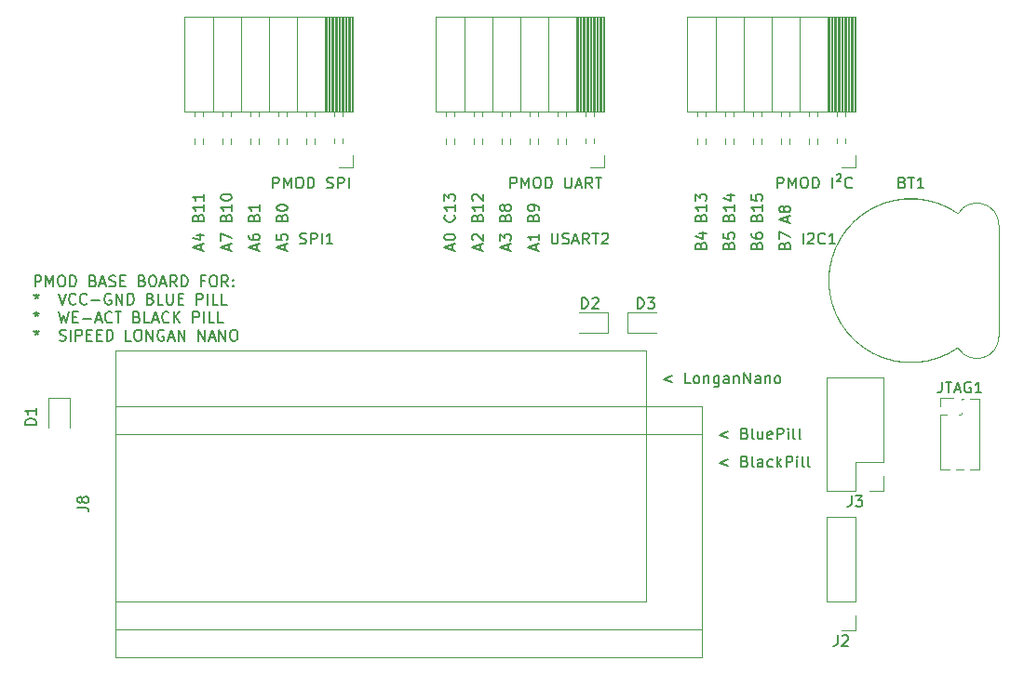
<source format=gbr>
%TF.GenerationSoftware,KiCad,Pcbnew,5.1.10*%
%TF.CreationDate,2021-09-24T20:41:10+02:00*%
%TF.ProjectId,ucdev_board,75636465-765f-4626-9f61-72642e6b6963,rev?*%
%TF.SameCoordinates,Original*%
%TF.FileFunction,Legend,Top*%
%TF.FilePolarity,Positive*%
%FSLAX46Y46*%
G04 Gerber Fmt 4.6, Leading zero omitted, Abs format (unit mm)*
G04 Created by KiCad (PCBNEW 5.1.10) date 2021-09-24 20:41:10*
%MOMM*%
%LPD*%
G01*
G04 APERTURE LIST*
%ADD10C,0.150000*%
%ADD11C,0.120000*%
G04 APERTURE END LIST*
D10*
X126065595Y-38552380D02*
X126065595Y-37552380D01*
X126494166Y-37647619D02*
X126541785Y-37600000D01*
X126637023Y-37552380D01*
X126875119Y-37552380D01*
X126970357Y-37600000D01*
X127017976Y-37647619D01*
X127065595Y-37742857D01*
X127065595Y-37838095D01*
X127017976Y-37980952D01*
X126446547Y-38552380D01*
X127065595Y-38552380D01*
X128065595Y-38457142D02*
X128017976Y-38504761D01*
X127875119Y-38552380D01*
X127779880Y-38552380D01*
X127637023Y-38504761D01*
X127541785Y-38409523D01*
X127494166Y-38314285D01*
X127446547Y-38123809D01*
X127446547Y-37980952D01*
X127494166Y-37790476D01*
X127541785Y-37695238D01*
X127637023Y-37600000D01*
X127779880Y-37552380D01*
X127875119Y-37552380D01*
X128017976Y-37600000D01*
X128065595Y-37647619D01*
X129017976Y-38552380D02*
X128446547Y-38552380D01*
X128732261Y-38552380D02*
X128732261Y-37552380D01*
X128637023Y-37695238D01*
X128541785Y-37790476D01*
X128446547Y-37838095D01*
X103205595Y-37552380D02*
X103205595Y-38361904D01*
X103253214Y-38457142D01*
X103300833Y-38504761D01*
X103396071Y-38552380D01*
X103586547Y-38552380D01*
X103681785Y-38504761D01*
X103729404Y-38457142D01*
X103777023Y-38361904D01*
X103777023Y-37552380D01*
X104205595Y-38504761D02*
X104348452Y-38552380D01*
X104586547Y-38552380D01*
X104681785Y-38504761D01*
X104729404Y-38457142D01*
X104777023Y-38361904D01*
X104777023Y-38266666D01*
X104729404Y-38171428D01*
X104681785Y-38123809D01*
X104586547Y-38076190D01*
X104396071Y-38028571D01*
X104300833Y-37980952D01*
X104253214Y-37933333D01*
X104205595Y-37838095D01*
X104205595Y-37742857D01*
X104253214Y-37647619D01*
X104300833Y-37600000D01*
X104396071Y-37552380D01*
X104634166Y-37552380D01*
X104777023Y-37600000D01*
X105157976Y-38266666D02*
X105634166Y-38266666D01*
X105062738Y-38552380D02*
X105396071Y-37552380D01*
X105729404Y-38552380D01*
X106634166Y-38552380D02*
X106300833Y-38076190D01*
X106062738Y-38552380D02*
X106062738Y-37552380D01*
X106443690Y-37552380D01*
X106538928Y-37600000D01*
X106586547Y-37647619D01*
X106634166Y-37742857D01*
X106634166Y-37885714D01*
X106586547Y-37980952D01*
X106538928Y-38028571D01*
X106443690Y-38076190D01*
X106062738Y-38076190D01*
X106919880Y-37552380D02*
X107491309Y-37552380D01*
X107205595Y-38552380D02*
X107205595Y-37552380D01*
X107777023Y-37647619D02*
X107824642Y-37600000D01*
X107919880Y-37552380D01*
X108157976Y-37552380D01*
X108253214Y-37600000D01*
X108300833Y-37647619D01*
X108348452Y-37742857D01*
X108348452Y-37838095D01*
X108300833Y-37980952D01*
X107729404Y-38552380D01*
X108348452Y-38552380D01*
X80297976Y-38504761D02*
X80440833Y-38552380D01*
X80678928Y-38552380D01*
X80774166Y-38504761D01*
X80821785Y-38457142D01*
X80869404Y-38361904D01*
X80869404Y-38266666D01*
X80821785Y-38171428D01*
X80774166Y-38123809D01*
X80678928Y-38076190D01*
X80488452Y-38028571D01*
X80393214Y-37980952D01*
X80345595Y-37933333D01*
X80297976Y-37838095D01*
X80297976Y-37742857D01*
X80345595Y-37647619D01*
X80393214Y-37600000D01*
X80488452Y-37552380D01*
X80726547Y-37552380D01*
X80869404Y-37600000D01*
X81297976Y-38552380D02*
X81297976Y-37552380D01*
X81678928Y-37552380D01*
X81774166Y-37600000D01*
X81821785Y-37647619D01*
X81869404Y-37742857D01*
X81869404Y-37885714D01*
X81821785Y-37980952D01*
X81774166Y-38028571D01*
X81678928Y-38076190D01*
X81297976Y-38076190D01*
X82297976Y-38552380D02*
X82297976Y-37552380D01*
X83297976Y-38552380D02*
X82726547Y-38552380D01*
X83012261Y-38552380D02*
X83012261Y-37552380D01*
X82917023Y-37695238D01*
X82821785Y-37790476D01*
X82726547Y-37838095D01*
X56215595Y-42427380D02*
X56215595Y-41427380D01*
X56596547Y-41427380D01*
X56691785Y-41475000D01*
X56739404Y-41522619D01*
X56787023Y-41617857D01*
X56787023Y-41760714D01*
X56739404Y-41855952D01*
X56691785Y-41903571D01*
X56596547Y-41951190D01*
X56215595Y-41951190D01*
X57215595Y-42427380D02*
X57215595Y-41427380D01*
X57548928Y-42141666D01*
X57882261Y-41427380D01*
X57882261Y-42427380D01*
X58548928Y-41427380D02*
X58739404Y-41427380D01*
X58834642Y-41475000D01*
X58929880Y-41570238D01*
X58977500Y-41760714D01*
X58977500Y-42094047D01*
X58929880Y-42284523D01*
X58834642Y-42379761D01*
X58739404Y-42427380D01*
X58548928Y-42427380D01*
X58453690Y-42379761D01*
X58358452Y-42284523D01*
X58310833Y-42094047D01*
X58310833Y-41760714D01*
X58358452Y-41570238D01*
X58453690Y-41475000D01*
X58548928Y-41427380D01*
X59406071Y-42427380D02*
X59406071Y-41427380D01*
X59644166Y-41427380D01*
X59787023Y-41475000D01*
X59882261Y-41570238D01*
X59929880Y-41665476D01*
X59977500Y-41855952D01*
X59977500Y-41998809D01*
X59929880Y-42189285D01*
X59882261Y-42284523D01*
X59787023Y-42379761D01*
X59644166Y-42427380D01*
X59406071Y-42427380D01*
X61501309Y-41903571D02*
X61644166Y-41951190D01*
X61691785Y-41998809D01*
X61739404Y-42094047D01*
X61739404Y-42236904D01*
X61691785Y-42332142D01*
X61644166Y-42379761D01*
X61548928Y-42427380D01*
X61167976Y-42427380D01*
X61167976Y-41427380D01*
X61501309Y-41427380D01*
X61596547Y-41475000D01*
X61644166Y-41522619D01*
X61691785Y-41617857D01*
X61691785Y-41713095D01*
X61644166Y-41808333D01*
X61596547Y-41855952D01*
X61501309Y-41903571D01*
X61167976Y-41903571D01*
X62120357Y-42141666D02*
X62596547Y-42141666D01*
X62025119Y-42427380D02*
X62358452Y-41427380D01*
X62691785Y-42427380D01*
X62977500Y-42379761D02*
X63120357Y-42427380D01*
X63358452Y-42427380D01*
X63453690Y-42379761D01*
X63501309Y-42332142D01*
X63548928Y-42236904D01*
X63548928Y-42141666D01*
X63501309Y-42046428D01*
X63453690Y-41998809D01*
X63358452Y-41951190D01*
X63167976Y-41903571D01*
X63072738Y-41855952D01*
X63025119Y-41808333D01*
X62977500Y-41713095D01*
X62977500Y-41617857D01*
X63025119Y-41522619D01*
X63072738Y-41475000D01*
X63167976Y-41427380D01*
X63406071Y-41427380D01*
X63548928Y-41475000D01*
X63977500Y-41903571D02*
X64310833Y-41903571D01*
X64453690Y-42427380D02*
X63977500Y-42427380D01*
X63977500Y-41427380D01*
X64453690Y-41427380D01*
X65977500Y-41903571D02*
X66120357Y-41951190D01*
X66167976Y-41998809D01*
X66215595Y-42094047D01*
X66215595Y-42236904D01*
X66167976Y-42332142D01*
X66120357Y-42379761D01*
X66025119Y-42427380D01*
X65644166Y-42427380D01*
X65644166Y-41427380D01*
X65977500Y-41427380D01*
X66072738Y-41475000D01*
X66120357Y-41522619D01*
X66167976Y-41617857D01*
X66167976Y-41713095D01*
X66120357Y-41808333D01*
X66072738Y-41855952D01*
X65977500Y-41903571D01*
X65644166Y-41903571D01*
X66834642Y-41427380D02*
X67025119Y-41427380D01*
X67120357Y-41475000D01*
X67215595Y-41570238D01*
X67263214Y-41760714D01*
X67263214Y-42094047D01*
X67215595Y-42284523D01*
X67120357Y-42379761D01*
X67025119Y-42427380D01*
X66834642Y-42427380D01*
X66739404Y-42379761D01*
X66644166Y-42284523D01*
X66596547Y-42094047D01*
X66596547Y-41760714D01*
X66644166Y-41570238D01*
X66739404Y-41475000D01*
X66834642Y-41427380D01*
X67644166Y-42141666D02*
X68120357Y-42141666D01*
X67548928Y-42427380D02*
X67882261Y-41427380D01*
X68215595Y-42427380D01*
X69120357Y-42427380D02*
X68787023Y-41951190D01*
X68548928Y-42427380D02*
X68548928Y-41427380D01*
X68929880Y-41427380D01*
X69025119Y-41475000D01*
X69072738Y-41522619D01*
X69120357Y-41617857D01*
X69120357Y-41760714D01*
X69072738Y-41855952D01*
X69025119Y-41903571D01*
X68929880Y-41951190D01*
X68548928Y-41951190D01*
X69548928Y-42427380D02*
X69548928Y-41427380D01*
X69787023Y-41427380D01*
X69929880Y-41475000D01*
X70025119Y-41570238D01*
X70072738Y-41665476D01*
X70120357Y-41855952D01*
X70120357Y-41998809D01*
X70072738Y-42189285D01*
X70025119Y-42284523D01*
X69929880Y-42379761D01*
X69787023Y-42427380D01*
X69548928Y-42427380D01*
X71644166Y-41903571D02*
X71310833Y-41903571D01*
X71310833Y-42427380D02*
X71310833Y-41427380D01*
X71787023Y-41427380D01*
X72358452Y-41427380D02*
X72548928Y-41427380D01*
X72644166Y-41475000D01*
X72739404Y-41570238D01*
X72787023Y-41760714D01*
X72787023Y-42094047D01*
X72739404Y-42284523D01*
X72644166Y-42379761D01*
X72548928Y-42427380D01*
X72358452Y-42427380D01*
X72263214Y-42379761D01*
X72167976Y-42284523D01*
X72120357Y-42094047D01*
X72120357Y-41760714D01*
X72167976Y-41570238D01*
X72263214Y-41475000D01*
X72358452Y-41427380D01*
X73787023Y-42427380D02*
X73453690Y-41951190D01*
X73215595Y-42427380D02*
X73215595Y-41427380D01*
X73596547Y-41427380D01*
X73691785Y-41475000D01*
X73739404Y-41522619D01*
X73787023Y-41617857D01*
X73787023Y-41760714D01*
X73739404Y-41855952D01*
X73691785Y-41903571D01*
X73596547Y-41951190D01*
X73215595Y-41951190D01*
X74215595Y-42332142D02*
X74263214Y-42379761D01*
X74215595Y-42427380D01*
X74167976Y-42379761D01*
X74215595Y-42332142D01*
X74215595Y-42427380D01*
X74215595Y-41808333D02*
X74263214Y-41855952D01*
X74215595Y-41903571D01*
X74167976Y-41855952D01*
X74215595Y-41808333D01*
X74215595Y-41903571D01*
X56358452Y-43077380D02*
X56358452Y-43315476D01*
X56120357Y-43220238D02*
X56358452Y-43315476D01*
X56596547Y-43220238D01*
X56215595Y-43505952D02*
X56358452Y-43315476D01*
X56501309Y-43505952D01*
X58358452Y-43077380D02*
X58691785Y-44077380D01*
X59025119Y-43077380D01*
X59929880Y-43982142D02*
X59882261Y-44029761D01*
X59739404Y-44077380D01*
X59644166Y-44077380D01*
X59501309Y-44029761D01*
X59406071Y-43934523D01*
X59358452Y-43839285D01*
X59310833Y-43648809D01*
X59310833Y-43505952D01*
X59358452Y-43315476D01*
X59406071Y-43220238D01*
X59501309Y-43125000D01*
X59644166Y-43077380D01*
X59739404Y-43077380D01*
X59882261Y-43125000D01*
X59929880Y-43172619D01*
X60929880Y-43982142D02*
X60882261Y-44029761D01*
X60739404Y-44077380D01*
X60644166Y-44077380D01*
X60501309Y-44029761D01*
X60406071Y-43934523D01*
X60358452Y-43839285D01*
X60310833Y-43648809D01*
X60310833Y-43505952D01*
X60358452Y-43315476D01*
X60406071Y-43220238D01*
X60501309Y-43125000D01*
X60644166Y-43077380D01*
X60739404Y-43077380D01*
X60882261Y-43125000D01*
X60929880Y-43172619D01*
X61358452Y-43696428D02*
X62120357Y-43696428D01*
X63120357Y-43125000D02*
X63025119Y-43077380D01*
X62882261Y-43077380D01*
X62739404Y-43125000D01*
X62644166Y-43220238D01*
X62596547Y-43315476D01*
X62548928Y-43505952D01*
X62548928Y-43648809D01*
X62596547Y-43839285D01*
X62644166Y-43934523D01*
X62739404Y-44029761D01*
X62882261Y-44077380D01*
X62977500Y-44077380D01*
X63120357Y-44029761D01*
X63167976Y-43982142D01*
X63167976Y-43648809D01*
X62977500Y-43648809D01*
X63596547Y-44077380D02*
X63596547Y-43077380D01*
X64167976Y-44077380D01*
X64167976Y-43077380D01*
X64644166Y-44077380D02*
X64644166Y-43077380D01*
X64882261Y-43077380D01*
X65025119Y-43125000D01*
X65120357Y-43220238D01*
X65167976Y-43315476D01*
X65215595Y-43505952D01*
X65215595Y-43648809D01*
X65167976Y-43839285D01*
X65120357Y-43934523D01*
X65025119Y-44029761D01*
X64882261Y-44077380D01*
X64644166Y-44077380D01*
X66739404Y-43553571D02*
X66882261Y-43601190D01*
X66929880Y-43648809D01*
X66977500Y-43744047D01*
X66977500Y-43886904D01*
X66929880Y-43982142D01*
X66882261Y-44029761D01*
X66787023Y-44077380D01*
X66406071Y-44077380D01*
X66406071Y-43077380D01*
X66739404Y-43077380D01*
X66834642Y-43125000D01*
X66882261Y-43172619D01*
X66929880Y-43267857D01*
X66929880Y-43363095D01*
X66882261Y-43458333D01*
X66834642Y-43505952D01*
X66739404Y-43553571D01*
X66406071Y-43553571D01*
X67882261Y-44077380D02*
X67406071Y-44077380D01*
X67406071Y-43077380D01*
X68215595Y-43077380D02*
X68215595Y-43886904D01*
X68263214Y-43982142D01*
X68310833Y-44029761D01*
X68406071Y-44077380D01*
X68596547Y-44077380D01*
X68691785Y-44029761D01*
X68739404Y-43982142D01*
X68787023Y-43886904D01*
X68787023Y-43077380D01*
X69263214Y-43553571D02*
X69596547Y-43553571D01*
X69739404Y-44077380D02*
X69263214Y-44077380D01*
X69263214Y-43077380D01*
X69739404Y-43077380D01*
X70929880Y-44077380D02*
X70929880Y-43077380D01*
X71310833Y-43077380D01*
X71406071Y-43125000D01*
X71453690Y-43172619D01*
X71501309Y-43267857D01*
X71501309Y-43410714D01*
X71453690Y-43505952D01*
X71406071Y-43553571D01*
X71310833Y-43601190D01*
X70929880Y-43601190D01*
X71929880Y-44077380D02*
X71929880Y-43077380D01*
X72882261Y-44077380D02*
X72406071Y-44077380D01*
X72406071Y-43077380D01*
X73691785Y-44077380D02*
X73215595Y-44077380D01*
X73215595Y-43077380D01*
X56358452Y-44727380D02*
X56358452Y-44965476D01*
X56120357Y-44870238D02*
X56358452Y-44965476D01*
X56596547Y-44870238D01*
X56215595Y-45155952D02*
X56358452Y-44965476D01*
X56501309Y-45155952D01*
X58406071Y-44727380D02*
X58644166Y-45727380D01*
X58834642Y-45013095D01*
X59025119Y-45727380D01*
X59263214Y-44727380D01*
X59644166Y-45203571D02*
X59977500Y-45203571D01*
X60120357Y-45727380D02*
X59644166Y-45727380D01*
X59644166Y-44727380D01*
X60120357Y-44727380D01*
X60548928Y-45346428D02*
X61310833Y-45346428D01*
X61739404Y-45441666D02*
X62215595Y-45441666D01*
X61644166Y-45727380D02*
X61977500Y-44727380D01*
X62310833Y-45727380D01*
X63215595Y-45632142D02*
X63167976Y-45679761D01*
X63025119Y-45727380D01*
X62929880Y-45727380D01*
X62787023Y-45679761D01*
X62691785Y-45584523D01*
X62644166Y-45489285D01*
X62596547Y-45298809D01*
X62596547Y-45155952D01*
X62644166Y-44965476D01*
X62691785Y-44870238D01*
X62787023Y-44775000D01*
X62929880Y-44727380D01*
X63025119Y-44727380D01*
X63167976Y-44775000D01*
X63215595Y-44822619D01*
X63501309Y-44727380D02*
X64072738Y-44727380D01*
X63787023Y-45727380D02*
X63787023Y-44727380D01*
X65501309Y-45203571D02*
X65644166Y-45251190D01*
X65691785Y-45298809D01*
X65739404Y-45394047D01*
X65739404Y-45536904D01*
X65691785Y-45632142D01*
X65644166Y-45679761D01*
X65548928Y-45727380D01*
X65167976Y-45727380D01*
X65167976Y-44727380D01*
X65501309Y-44727380D01*
X65596547Y-44775000D01*
X65644166Y-44822619D01*
X65691785Y-44917857D01*
X65691785Y-45013095D01*
X65644166Y-45108333D01*
X65596547Y-45155952D01*
X65501309Y-45203571D01*
X65167976Y-45203571D01*
X66644166Y-45727380D02*
X66167976Y-45727380D01*
X66167976Y-44727380D01*
X66929880Y-45441666D02*
X67406071Y-45441666D01*
X66834642Y-45727380D02*
X67167976Y-44727380D01*
X67501309Y-45727380D01*
X68406071Y-45632142D02*
X68358452Y-45679761D01*
X68215595Y-45727380D01*
X68120357Y-45727380D01*
X67977500Y-45679761D01*
X67882261Y-45584523D01*
X67834642Y-45489285D01*
X67787023Y-45298809D01*
X67787023Y-45155952D01*
X67834642Y-44965476D01*
X67882261Y-44870238D01*
X67977500Y-44775000D01*
X68120357Y-44727380D01*
X68215595Y-44727380D01*
X68358452Y-44775000D01*
X68406071Y-44822619D01*
X68834642Y-45727380D02*
X68834642Y-44727380D01*
X69406071Y-45727380D02*
X68977500Y-45155952D01*
X69406071Y-44727380D02*
X68834642Y-45298809D01*
X70596547Y-45727380D02*
X70596547Y-44727380D01*
X70977500Y-44727380D01*
X71072738Y-44775000D01*
X71120357Y-44822619D01*
X71167976Y-44917857D01*
X71167976Y-45060714D01*
X71120357Y-45155952D01*
X71072738Y-45203571D01*
X70977500Y-45251190D01*
X70596547Y-45251190D01*
X71596547Y-45727380D02*
X71596547Y-44727380D01*
X72548928Y-45727380D02*
X72072738Y-45727380D01*
X72072738Y-44727380D01*
X73358452Y-45727380D02*
X72882261Y-45727380D01*
X72882261Y-44727380D01*
X56358452Y-46377380D02*
X56358452Y-46615476D01*
X56120357Y-46520238D02*
X56358452Y-46615476D01*
X56596547Y-46520238D01*
X56215595Y-46805952D02*
X56358452Y-46615476D01*
X56501309Y-46805952D01*
X58453690Y-47329761D02*
X58596547Y-47377380D01*
X58834642Y-47377380D01*
X58929880Y-47329761D01*
X58977500Y-47282142D01*
X59025119Y-47186904D01*
X59025119Y-47091666D01*
X58977500Y-46996428D01*
X58929880Y-46948809D01*
X58834642Y-46901190D01*
X58644166Y-46853571D01*
X58548928Y-46805952D01*
X58501309Y-46758333D01*
X58453690Y-46663095D01*
X58453690Y-46567857D01*
X58501309Y-46472619D01*
X58548928Y-46425000D01*
X58644166Y-46377380D01*
X58882261Y-46377380D01*
X59025119Y-46425000D01*
X59453690Y-47377380D02*
X59453690Y-46377380D01*
X59929880Y-47377380D02*
X59929880Y-46377380D01*
X60310833Y-46377380D01*
X60406071Y-46425000D01*
X60453690Y-46472619D01*
X60501309Y-46567857D01*
X60501309Y-46710714D01*
X60453690Y-46805952D01*
X60406071Y-46853571D01*
X60310833Y-46901190D01*
X59929880Y-46901190D01*
X60929880Y-46853571D02*
X61263214Y-46853571D01*
X61406071Y-47377380D02*
X60929880Y-47377380D01*
X60929880Y-46377380D01*
X61406071Y-46377380D01*
X61834642Y-46853571D02*
X62167976Y-46853571D01*
X62310833Y-47377380D02*
X61834642Y-47377380D01*
X61834642Y-46377380D01*
X62310833Y-46377380D01*
X62739404Y-47377380D02*
X62739404Y-46377380D01*
X62977500Y-46377380D01*
X63120357Y-46425000D01*
X63215595Y-46520238D01*
X63263214Y-46615476D01*
X63310833Y-46805952D01*
X63310833Y-46948809D01*
X63263214Y-47139285D01*
X63215595Y-47234523D01*
X63120357Y-47329761D01*
X62977500Y-47377380D01*
X62739404Y-47377380D01*
X64977500Y-47377380D02*
X64501309Y-47377380D01*
X64501309Y-46377380D01*
X65501309Y-46377380D02*
X65691785Y-46377380D01*
X65787023Y-46425000D01*
X65882261Y-46520238D01*
X65929880Y-46710714D01*
X65929880Y-47044047D01*
X65882261Y-47234523D01*
X65787023Y-47329761D01*
X65691785Y-47377380D01*
X65501309Y-47377380D01*
X65406071Y-47329761D01*
X65310833Y-47234523D01*
X65263214Y-47044047D01*
X65263214Y-46710714D01*
X65310833Y-46520238D01*
X65406071Y-46425000D01*
X65501309Y-46377380D01*
X66358452Y-47377380D02*
X66358452Y-46377380D01*
X66929880Y-47377380D01*
X66929880Y-46377380D01*
X67929880Y-46425000D02*
X67834642Y-46377380D01*
X67691785Y-46377380D01*
X67548928Y-46425000D01*
X67453690Y-46520238D01*
X67406071Y-46615476D01*
X67358452Y-46805952D01*
X67358452Y-46948809D01*
X67406071Y-47139285D01*
X67453690Y-47234523D01*
X67548928Y-47329761D01*
X67691785Y-47377380D01*
X67787023Y-47377380D01*
X67929880Y-47329761D01*
X67977500Y-47282142D01*
X67977500Y-46948809D01*
X67787023Y-46948809D01*
X68358452Y-47091666D02*
X68834642Y-47091666D01*
X68263214Y-47377380D02*
X68596547Y-46377380D01*
X68929880Y-47377380D01*
X69263214Y-47377380D02*
X69263214Y-46377380D01*
X69834642Y-47377380D01*
X69834642Y-46377380D01*
X71072738Y-47377380D02*
X71072738Y-46377380D01*
X71644166Y-47377380D01*
X71644166Y-46377380D01*
X72072738Y-47091666D02*
X72548928Y-47091666D01*
X71977500Y-47377380D02*
X72310833Y-46377380D01*
X72644166Y-47377380D01*
X72977500Y-47377380D02*
X72977500Y-46377380D01*
X73548928Y-47377380D01*
X73548928Y-46377380D01*
X74215595Y-46377380D02*
X74406071Y-46377380D01*
X74501309Y-46425000D01*
X74596547Y-46520238D01*
X74644166Y-46710714D01*
X74644166Y-47044047D01*
X74596547Y-47234523D01*
X74501309Y-47329761D01*
X74406071Y-47377380D01*
X74215595Y-47377380D01*
X74120357Y-47329761D01*
X74025119Y-47234523D01*
X73977500Y-47044047D01*
X73977500Y-46710714D01*
X74025119Y-46520238D01*
X74120357Y-46425000D01*
X74215595Y-46377380D01*
X116768571Y-36161071D02*
X116816190Y-36018214D01*
X116863809Y-35970595D01*
X116959047Y-35922976D01*
X117101904Y-35922976D01*
X117197142Y-35970595D01*
X117244761Y-36018214D01*
X117292380Y-36113452D01*
X117292380Y-36494404D01*
X116292380Y-36494404D01*
X116292380Y-36161071D01*
X116340000Y-36065833D01*
X116387619Y-36018214D01*
X116482857Y-35970595D01*
X116578095Y-35970595D01*
X116673333Y-36018214D01*
X116720952Y-36065833D01*
X116768571Y-36161071D01*
X116768571Y-36494404D01*
X117292380Y-34970595D02*
X117292380Y-35542023D01*
X117292380Y-35256309D02*
X116292380Y-35256309D01*
X116435238Y-35351547D01*
X116530476Y-35446785D01*
X116578095Y-35542023D01*
X116292380Y-34637261D02*
X116292380Y-34018214D01*
X116673333Y-34351547D01*
X116673333Y-34208690D01*
X116720952Y-34113452D01*
X116768571Y-34065833D01*
X116863809Y-34018214D01*
X117101904Y-34018214D01*
X117197142Y-34065833D01*
X117244761Y-34113452D01*
X117292380Y-34208690D01*
X117292380Y-34494404D01*
X117244761Y-34589642D01*
X117197142Y-34637261D01*
X116768571Y-38701071D02*
X116816190Y-38558214D01*
X116863809Y-38510595D01*
X116959047Y-38462976D01*
X117101904Y-38462976D01*
X117197142Y-38510595D01*
X117244761Y-38558214D01*
X117292380Y-38653452D01*
X117292380Y-39034404D01*
X116292380Y-39034404D01*
X116292380Y-38701071D01*
X116340000Y-38605833D01*
X116387619Y-38558214D01*
X116482857Y-38510595D01*
X116578095Y-38510595D01*
X116673333Y-38558214D01*
X116720952Y-38605833D01*
X116768571Y-38701071D01*
X116768571Y-39034404D01*
X116625714Y-37605833D02*
X117292380Y-37605833D01*
X116244761Y-37843928D02*
X116959047Y-38082023D01*
X116959047Y-37462976D01*
X121848571Y-36161071D02*
X121896190Y-36018214D01*
X121943809Y-35970595D01*
X122039047Y-35922976D01*
X122181904Y-35922976D01*
X122277142Y-35970595D01*
X122324761Y-36018214D01*
X122372380Y-36113452D01*
X122372380Y-36494404D01*
X121372380Y-36494404D01*
X121372380Y-36161071D01*
X121420000Y-36065833D01*
X121467619Y-36018214D01*
X121562857Y-35970595D01*
X121658095Y-35970595D01*
X121753333Y-36018214D01*
X121800952Y-36065833D01*
X121848571Y-36161071D01*
X121848571Y-36494404D01*
X122372380Y-34970595D02*
X122372380Y-35542023D01*
X122372380Y-35256309D02*
X121372380Y-35256309D01*
X121515238Y-35351547D01*
X121610476Y-35446785D01*
X121658095Y-35542023D01*
X121372380Y-34065833D02*
X121372380Y-34542023D01*
X121848571Y-34589642D01*
X121800952Y-34542023D01*
X121753333Y-34446785D01*
X121753333Y-34208690D01*
X121800952Y-34113452D01*
X121848571Y-34065833D01*
X121943809Y-34018214D01*
X122181904Y-34018214D01*
X122277142Y-34065833D01*
X122324761Y-34113452D01*
X122372380Y-34208690D01*
X122372380Y-34446785D01*
X122324761Y-34542023D01*
X122277142Y-34589642D01*
X119308571Y-38701071D02*
X119356190Y-38558214D01*
X119403809Y-38510595D01*
X119499047Y-38462976D01*
X119641904Y-38462976D01*
X119737142Y-38510595D01*
X119784761Y-38558214D01*
X119832380Y-38653452D01*
X119832380Y-39034404D01*
X118832380Y-39034404D01*
X118832380Y-38701071D01*
X118880000Y-38605833D01*
X118927619Y-38558214D01*
X119022857Y-38510595D01*
X119118095Y-38510595D01*
X119213333Y-38558214D01*
X119260952Y-38605833D01*
X119308571Y-38701071D01*
X119308571Y-39034404D01*
X118832380Y-37558214D02*
X118832380Y-38034404D01*
X119308571Y-38082023D01*
X119260952Y-38034404D01*
X119213333Y-37939166D01*
X119213333Y-37701071D01*
X119260952Y-37605833D01*
X119308571Y-37558214D01*
X119403809Y-37510595D01*
X119641904Y-37510595D01*
X119737142Y-37558214D01*
X119784761Y-37605833D01*
X119832380Y-37701071D01*
X119832380Y-37939166D01*
X119784761Y-38034404D01*
X119737142Y-38082023D01*
X124626666Y-36542023D02*
X124626666Y-36065833D01*
X124912380Y-36637261D02*
X123912380Y-36303928D01*
X124912380Y-35970595D01*
X124340952Y-35494404D02*
X124293333Y-35589642D01*
X124245714Y-35637261D01*
X124150476Y-35684880D01*
X124102857Y-35684880D01*
X124007619Y-35637261D01*
X123960000Y-35589642D01*
X123912380Y-35494404D01*
X123912380Y-35303928D01*
X123960000Y-35208690D01*
X124007619Y-35161071D01*
X124102857Y-35113452D01*
X124150476Y-35113452D01*
X124245714Y-35161071D01*
X124293333Y-35208690D01*
X124340952Y-35303928D01*
X124340952Y-35494404D01*
X124388571Y-35589642D01*
X124436190Y-35637261D01*
X124531428Y-35684880D01*
X124721904Y-35684880D01*
X124817142Y-35637261D01*
X124864761Y-35589642D01*
X124912380Y-35494404D01*
X124912380Y-35303928D01*
X124864761Y-35208690D01*
X124817142Y-35161071D01*
X124721904Y-35113452D01*
X124531428Y-35113452D01*
X124436190Y-35161071D01*
X124388571Y-35208690D01*
X124340952Y-35303928D01*
X119308571Y-36161071D02*
X119356190Y-36018214D01*
X119403809Y-35970595D01*
X119499047Y-35922976D01*
X119641904Y-35922976D01*
X119737142Y-35970595D01*
X119784761Y-36018214D01*
X119832380Y-36113452D01*
X119832380Y-36494404D01*
X118832380Y-36494404D01*
X118832380Y-36161071D01*
X118880000Y-36065833D01*
X118927619Y-36018214D01*
X119022857Y-35970595D01*
X119118095Y-35970595D01*
X119213333Y-36018214D01*
X119260952Y-36065833D01*
X119308571Y-36161071D01*
X119308571Y-36494404D01*
X119832380Y-34970595D02*
X119832380Y-35542023D01*
X119832380Y-35256309D02*
X118832380Y-35256309D01*
X118975238Y-35351547D01*
X119070476Y-35446785D01*
X119118095Y-35542023D01*
X119165714Y-34113452D02*
X119832380Y-34113452D01*
X118784761Y-34351547D02*
X119499047Y-34589642D01*
X119499047Y-33970595D01*
X121848571Y-38701071D02*
X121896190Y-38558214D01*
X121943809Y-38510595D01*
X122039047Y-38462976D01*
X122181904Y-38462976D01*
X122277142Y-38510595D01*
X122324761Y-38558214D01*
X122372380Y-38653452D01*
X122372380Y-39034404D01*
X121372380Y-39034404D01*
X121372380Y-38701071D01*
X121420000Y-38605833D01*
X121467619Y-38558214D01*
X121562857Y-38510595D01*
X121658095Y-38510595D01*
X121753333Y-38558214D01*
X121800952Y-38605833D01*
X121848571Y-38701071D01*
X121848571Y-39034404D01*
X121372380Y-37605833D02*
X121372380Y-37796309D01*
X121420000Y-37891547D01*
X121467619Y-37939166D01*
X121610476Y-38034404D01*
X121800952Y-38082023D01*
X122181904Y-38082023D01*
X122277142Y-38034404D01*
X122324761Y-37986785D01*
X122372380Y-37891547D01*
X122372380Y-37701071D01*
X122324761Y-37605833D01*
X122277142Y-37558214D01*
X122181904Y-37510595D01*
X121943809Y-37510595D01*
X121848571Y-37558214D01*
X121800952Y-37605833D01*
X121753333Y-37701071D01*
X121753333Y-37891547D01*
X121800952Y-37986785D01*
X121848571Y-38034404D01*
X121943809Y-38082023D01*
X124388571Y-38701071D02*
X124436190Y-38558214D01*
X124483809Y-38510595D01*
X124579047Y-38462976D01*
X124721904Y-38462976D01*
X124817142Y-38510595D01*
X124864761Y-38558214D01*
X124912380Y-38653452D01*
X124912380Y-39034404D01*
X123912380Y-39034404D01*
X123912380Y-38701071D01*
X123960000Y-38605833D01*
X124007619Y-38558214D01*
X124102857Y-38510595D01*
X124198095Y-38510595D01*
X124293333Y-38558214D01*
X124340952Y-38605833D01*
X124388571Y-38701071D01*
X124388571Y-39034404D01*
X123912380Y-38129642D02*
X123912380Y-37462976D01*
X124912380Y-37891547D01*
X101528571Y-36161071D02*
X101576190Y-36018214D01*
X101623809Y-35970595D01*
X101719047Y-35922976D01*
X101861904Y-35922976D01*
X101957142Y-35970595D01*
X102004761Y-36018214D01*
X102052380Y-36113452D01*
X102052380Y-36494404D01*
X101052380Y-36494404D01*
X101052380Y-36161071D01*
X101100000Y-36065833D01*
X101147619Y-36018214D01*
X101242857Y-35970595D01*
X101338095Y-35970595D01*
X101433333Y-36018214D01*
X101480952Y-36065833D01*
X101528571Y-36161071D01*
X101528571Y-36494404D01*
X102052380Y-35446785D02*
X102052380Y-35256309D01*
X102004761Y-35161071D01*
X101957142Y-35113452D01*
X101814285Y-35018214D01*
X101623809Y-34970595D01*
X101242857Y-34970595D01*
X101147619Y-35018214D01*
X101100000Y-35065833D01*
X101052380Y-35161071D01*
X101052380Y-35351547D01*
X101100000Y-35446785D01*
X101147619Y-35494404D01*
X101242857Y-35542023D01*
X101480952Y-35542023D01*
X101576190Y-35494404D01*
X101623809Y-35446785D01*
X101671428Y-35351547D01*
X101671428Y-35161071D01*
X101623809Y-35065833D01*
X101576190Y-35018214D01*
X101480952Y-34970595D01*
X101766666Y-39082023D02*
X101766666Y-38605833D01*
X102052380Y-39177261D02*
X101052380Y-38843928D01*
X102052380Y-38510595D01*
X102052380Y-37653452D02*
X102052380Y-38224880D01*
X102052380Y-37939166D02*
X101052380Y-37939166D01*
X101195238Y-38034404D01*
X101290476Y-38129642D01*
X101338095Y-38224880D01*
X99226666Y-39082023D02*
X99226666Y-38605833D01*
X99512380Y-39177261D02*
X98512380Y-38843928D01*
X99512380Y-38510595D01*
X98512380Y-38272500D02*
X98512380Y-37653452D01*
X98893333Y-37986785D01*
X98893333Y-37843928D01*
X98940952Y-37748690D01*
X98988571Y-37701071D01*
X99083809Y-37653452D01*
X99321904Y-37653452D01*
X99417142Y-37701071D01*
X99464761Y-37748690D01*
X99512380Y-37843928D01*
X99512380Y-38129642D01*
X99464761Y-38224880D01*
X99417142Y-38272500D01*
X98988571Y-36161071D02*
X99036190Y-36018214D01*
X99083809Y-35970595D01*
X99179047Y-35922976D01*
X99321904Y-35922976D01*
X99417142Y-35970595D01*
X99464761Y-36018214D01*
X99512380Y-36113452D01*
X99512380Y-36494404D01*
X98512380Y-36494404D01*
X98512380Y-36161071D01*
X98560000Y-36065833D01*
X98607619Y-36018214D01*
X98702857Y-35970595D01*
X98798095Y-35970595D01*
X98893333Y-36018214D01*
X98940952Y-36065833D01*
X98988571Y-36161071D01*
X98988571Y-36494404D01*
X98940952Y-35351547D02*
X98893333Y-35446785D01*
X98845714Y-35494404D01*
X98750476Y-35542023D01*
X98702857Y-35542023D01*
X98607619Y-35494404D01*
X98560000Y-35446785D01*
X98512380Y-35351547D01*
X98512380Y-35161071D01*
X98560000Y-35065833D01*
X98607619Y-35018214D01*
X98702857Y-34970595D01*
X98750476Y-34970595D01*
X98845714Y-35018214D01*
X98893333Y-35065833D01*
X98940952Y-35161071D01*
X98940952Y-35351547D01*
X98988571Y-35446785D01*
X99036190Y-35494404D01*
X99131428Y-35542023D01*
X99321904Y-35542023D01*
X99417142Y-35494404D01*
X99464761Y-35446785D01*
X99512380Y-35351547D01*
X99512380Y-35161071D01*
X99464761Y-35065833D01*
X99417142Y-35018214D01*
X99321904Y-34970595D01*
X99131428Y-34970595D01*
X99036190Y-35018214D01*
X98988571Y-35065833D01*
X98940952Y-35161071D01*
X96448571Y-36161071D02*
X96496190Y-36018214D01*
X96543809Y-35970595D01*
X96639047Y-35922976D01*
X96781904Y-35922976D01*
X96877142Y-35970595D01*
X96924761Y-36018214D01*
X96972380Y-36113452D01*
X96972380Y-36494404D01*
X95972380Y-36494404D01*
X95972380Y-36161071D01*
X96020000Y-36065833D01*
X96067619Y-36018214D01*
X96162857Y-35970595D01*
X96258095Y-35970595D01*
X96353333Y-36018214D01*
X96400952Y-36065833D01*
X96448571Y-36161071D01*
X96448571Y-36494404D01*
X96972380Y-34970595D02*
X96972380Y-35542023D01*
X96972380Y-35256309D02*
X95972380Y-35256309D01*
X96115238Y-35351547D01*
X96210476Y-35446785D01*
X96258095Y-35542023D01*
X96067619Y-34589642D02*
X96020000Y-34542023D01*
X95972380Y-34446785D01*
X95972380Y-34208690D01*
X96020000Y-34113452D01*
X96067619Y-34065833D01*
X96162857Y-34018214D01*
X96258095Y-34018214D01*
X96400952Y-34065833D01*
X96972380Y-34637261D01*
X96972380Y-34018214D01*
X96686666Y-39082023D02*
X96686666Y-38605833D01*
X96972380Y-39177261D02*
X95972380Y-38843928D01*
X96972380Y-38510595D01*
X96067619Y-38224880D02*
X96020000Y-38177261D01*
X95972380Y-38082023D01*
X95972380Y-37843928D01*
X96020000Y-37748690D01*
X96067619Y-37701071D01*
X96162857Y-37653452D01*
X96258095Y-37653452D01*
X96400952Y-37701071D01*
X96972380Y-38272500D01*
X96972380Y-37653452D01*
X94146666Y-39082023D02*
X94146666Y-38605833D01*
X94432380Y-39177261D02*
X93432380Y-38843928D01*
X94432380Y-38510595D01*
X93432380Y-37986785D02*
X93432380Y-37891547D01*
X93480000Y-37796309D01*
X93527619Y-37748690D01*
X93622857Y-37701071D01*
X93813333Y-37653452D01*
X94051428Y-37653452D01*
X94241904Y-37701071D01*
X94337142Y-37748690D01*
X94384761Y-37796309D01*
X94432380Y-37891547D01*
X94432380Y-37986785D01*
X94384761Y-38082023D01*
X94337142Y-38129642D01*
X94241904Y-38177261D01*
X94051428Y-38224880D01*
X93813333Y-38224880D01*
X93622857Y-38177261D01*
X93527619Y-38129642D01*
X93480000Y-38082023D01*
X93432380Y-37986785D01*
X94337142Y-35922976D02*
X94384761Y-35970595D01*
X94432380Y-36113452D01*
X94432380Y-36208690D01*
X94384761Y-36351547D01*
X94289523Y-36446785D01*
X94194285Y-36494404D01*
X94003809Y-36542023D01*
X93860952Y-36542023D01*
X93670476Y-36494404D01*
X93575238Y-36446785D01*
X93480000Y-36351547D01*
X93432380Y-36208690D01*
X93432380Y-36113452D01*
X93480000Y-35970595D01*
X93527619Y-35922976D01*
X94432380Y-34970595D02*
X94432380Y-35542023D01*
X94432380Y-35256309D02*
X93432380Y-35256309D01*
X93575238Y-35351547D01*
X93670476Y-35446785D01*
X93718095Y-35542023D01*
X93432380Y-34637261D02*
X93432380Y-34018214D01*
X93813333Y-34351547D01*
X93813333Y-34208690D01*
X93860952Y-34113452D01*
X93908571Y-34065833D01*
X94003809Y-34018214D01*
X94241904Y-34018214D01*
X94337142Y-34065833D01*
X94384761Y-34113452D01*
X94432380Y-34208690D01*
X94432380Y-34494404D01*
X94384761Y-34589642D01*
X94337142Y-34637261D01*
X78668571Y-36161071D02*
X78716190Y-36018214D01*
X78763809Y-35970595D01*
X78859047Y-35922976D01*
X79001904Y-35922976D01*
X79097142Y-35970595D01*
X79144761Y-36018214D01*
X79192380Y-36113452D01*
X79192380Y-36494404D01*
X78192380Y-36494404D01*
X78192380Y-36161071D01*
X78240000Y-36065833D01*
X78287619Y-36018214D01*
X78382857Y-35970595D01*
X78478095Y-35970595D01*
X78573333Y-36018214D01*
X78620952Y-36065833D01*
X78668571Y-36161071D01*
X78668571Y-36494404D01*
X78192380Y-35303928D02*
X78192380Y-35208690D01*
X78240000Y-35113452D01*
X78287619Y-35065833D01*
X78382857Y-35018214D01*
X78573333Y-34970595D01*
X78811428Y-34970595D01*
X79001904Y-35018214D01*
X79097142Y-35065833D01*
X79144761Y-35113452D01*
X79192380Y-35208690D01*
X79192380Y-35303928D01*
X79144761Y-35399166D01*
X79097142Y-35446785D01*
X79001904Y-35494404D01*
X78811428Y-35542023D01*
X78573333Y-35542023D01*
X78382857Y-35494404D01*
X78287619Y-35446785D01*
X78240000Y-35399166D01*
X78192380Y-35303928D01*
X76128571Y-36161071D02*
X76176190Y-36018214D01*
X76223809Y-35970595D01*
X76319047Y-35922976D01*
X76461904Y-35922976D01*
X76557142Y-35970595D01*
X76604761Y-36018214D01*
X76652380Y-36113452D01*
X76652380Y-36494404D01*
X75652380Y-36494404D01*
X75652380Y-36161071D01*
X75700000Y-36065833D01*
X75747619Y-36018214D01*
X75842857Y-35970595D01*
X75938095Y-35970595D01*
X76033333Y-36018214D01*
X76080952Y-36065833D01*
X76128571Y-36161071D01*
X76128571Y-36494404D01*
X76652380Y-34970595D02*
X76652380Y-35542023D01*
X76652380Y-35256309D02*
X75652380Y-35256309D01*
X75795238Y-35351547D01*
X75890476Y-35446785D01*
X75938095Y-35542023D01*
X78906666Y-39082023D02*
X78906666Y-38605833D01*
X79192380Y-39177261D02*
X78192380Y-38843928D01*
X79192380Y-38510595D01*
X78192380Y-37701071D02*
X78192380Y-38177261D01*
X78668571Y-38224880D01*
X78620952Y-38177261D01*
X78573333Y-38082023D01*
X78573333Y-37843928D01*
X78620952Y-37748690D01*
X78668571Y-37701071D01*
X78763809Y-37653452D01*
X79001904Y-37653452D01*
X79097142Y-37701071D01*
X79144761Y-37748690D01*
X79192380Y-37843928D01*
X79192380Y-38082023D01*
X79144761Y-38177261D01*
X79097142Y-38224880D01*
X76366666Y-39082023D02*
X76366666Y-38605833D01*
X76652380Y-39177261D02*
X75652380Y-38843928D01*
X76652380Y-38510595D01*
X75652380Y-37748690D02*
X75652380Y-37939166D01*
X75700000Y-38034404D01*
X75747619Y-38082023D01*
X75890476Y-38177261D01*
X76080952Y-38224880D01*
X76461904Y-38224880D01*
X76557142Y-38177261D01*
X76604761Y-38129642D01*
X76652380Y-38034404D01*
X76652380Y-37843928D01*
X76604761Y-37748690D01*
X76557142Y-37701071D01*
X76461904Y-37653452D01*
X76223809Y-37653452D01*
X76128571Y-37701071D01*
X76080952Y-37748690D01*
X76033333Y-37843928D01*
X76033333Y-38034404D01*
X76080952Y-38129642D01*
X76128571Y-38177261D01*
X76223809Y-38224880D01*
X73826666Y-39082023D02*
X73826666Y-38605833D01*
X74112380Y-39177261D02*
X73112380Y-38843928D01*
X74112380Y-38510595D01*
X73112380Y-38272500D02*
X73112380Y-37605833D01*
X74112380Y-38034404D01*
X73588571Y-36161071D02*
X73636190Y-36018214D01*
X73683809Y-35970595D01*
X73779047Y-35922976D01*
X73921904Y-35922976D01*
X74017142Y-35970595D01*
X74064761Y-36018214D01*
X74112380Y-36113452D01*
X74112380Y-36494404D01*
X73112380Y-36494404D01*
X73112380Y-36161071D01*
X73160000Y-36065833D01*
X73207619Y-36018214D01*
X73302857Y-35970595D01*
X73398095Y-35970595D01*
X73493333Y-36018214D01*
X73540952Y-36065833D01*
X73588571Y-36161071D01*
X73588571Y-36494404D01*
X74112380Y-34970595D02*
X74112380Y-35542023D01*
X74112380Y-35256309D02*
X73112380Y-35256309D01*
X73255238Y-35351547D01*
X73350476Y-35446785D01*
X73398095Y-35542023D01*
X73112380Y-34351547D02*
X73112380Y-34256309D01*
X73160000Y-34161071D01*
X73207619Y-34113452D01*
X73302857Y-34065833D01*
X73493333Y-34018214D01*
X73731428Y-34018214D01*
X73921904Y-34065833D01*
X74017142Y-34113452D01*
X74064761Y-34161071D01*
X74112380Y-34256309D01*
X74112380Y-34351547D01*
X74064761Y-34446785D01*
X74017142Y-34494404D01*
X73921904Y-34542023D01*
X73731428Y-34589642D01*
X73493333Y-34589642D01*
X73302857Y-34542023D01*
X73207619Y-34494404D01*
X73160000Y-34446785D01*
X73112380Y-34351547D01*
X71286666Y-39082023D02*
X71286666Y-38605833D01*
X71572380Y-39177261D02*
X70572380Y-38843928D01*
X71572380Y-38510595D01*
X70905714Y-37748690D02*
X71572380Y-37748690D01*
X70524761Y-37986785D02*
X71239047Y-38224880D01*
X71239047Y-37605833D01*
X71048571Y-36161071D02*
X71096190Y-36018214D01*
X71143809Y-35970595D01*
X71239047Y-35922976D01*
X71381904Y-35922976D01*
X71477142Y-35970595D01*
X71524761Y-36018214D01*
X71572380Y-36113452D01*
X71572380Y-36494404D01*
X70572380Y-36494404D01*
X70572380Y-36161071D01*
X70620000Y-36065833D01*
X70667619Y-36018214D01*
X70762857Y-35970595D01*
X70858095Y-35970595D01*
X70953333Y-36018214D01*
X71000952Y-36065833D01*
X71048571Y-36161071D01*
X71048571Y-36494404D01*
X71572380Y-34970595D02*
X71572380Y-35542023D01*
X71572380Y-35256309D02*
X70572380Y-35256309D01*
X70715238Y-35351547D01*
X70810476Y-35446785D01*
X70858095Y-35542023D01*
X71572380Y-34018214D02*
X71572380Y-34589642D01*
X71572380Y-34303928D02*
X70572380Y-34303928D01*
X70715238Y-34399166D01*
X70810476Y-34494404D01*
X70858095Y-34589642D01*
X123760119Y-33472380D02*
X123760119Y-32472380D01*
X124141071Y-32472380D01*
X124236309Y-32520000D01*
X124283928Y-32567619D01*
X124331547Y-32662857D01*
X124331547Y-32805714D01*
X124283928Y-32900952D01*
X124236309Y-32948571D01*
X124141071Y-32996190D01*
X123760119Y-32996190D01*
X124760119Y-33472380D02*
X124760119Y-32472380D01*
X125093452Y-33186666D01*
X125426785Y-32472380D01*
X125426785Y-33472380D01*
X126093452Y-32472380D02*
X126283928Y-32472380D01*
X126379166Y-32520000D01*
X126474404Y-32615238D01*
X126522023Y-32805714D01*
X126522023Y-33139047D01*
X126474404Y-33329523D01*
X126379166Y-33424761D01*
X126283928Y-33472380D01*
X126093452Y-33472380D01*
X125998214Y-33424761D01*
X125902976Y-33329523D01*
X125855357Y-33139047D01*
X125855357Y-32805714D01*
X125902976Y-32615238D01*
X125998214Y-32520000D01*
X126093452Y-32472380D01*
X126950595Y-33472380D02*
X126950595Y-32472380D01*
X127188690Y-32472380D01*
X127331547Y-32520000D01*
X127426785Y-32615238D01*
X127474404Y-32710476D01*
X127522023Y-32900952D01*
X127522023Y-33043809D01*
X127474404Y-33234285D01*
X127426785Y-33329523D01*
X127331547Y-33424761D01*
X127188690Y-33472380D01*
X126950595Y-33472380D01*
X128712500Y-33472380D02*
X128712500Y-32472380D01*
X129141071Y-32234285D02*
X129236309Y-32186666D01*
X129379166Y-32186666D01*
X129474404Y-32234285D01*
X129522023Y-32329523D01*
X129522023Y-32424761D01*
X129474404Y-32520000D01*
X129141071Y-32853333D01*
X129522023Y-32853333D01*
X130522023Y-33377142D02*
X130474404Y-33424761D01*
X130331547Y-33472380D01*
X130236309Y-33472380D01*
X130093452Y-33424761D01*
X129998214Y-33329523D01*
X129950595Y-33234285D01*
X129902976Y-33043809D01*
X129902976Y-32900952D01*
X129950595Y-32710476D01*
X129998214Y-32615238D01*
X130093452Y-32520000D01*
X130236309Y-32472380D01*
X130331547Y-32472380D01*
X130474404Y-32520000D01*
X130522023Y-32567619D01*
X99471547Y-33472380D02*
X99471547Y-32472380D01*
X99852500Y-32472380D01*
X99947738Y-32520000D01*
X99995357Y-32567619D01*
X100042976Y-32662857D01*
X100042976Y-32805714D01*
X99995357Y-32900952D01*
X99947738Y-32948571D01*
X99852500Y-32996190D01*
X99471547Y-32996190D01*
X100471547Y-33472380D02*
X100471547Y-32472380D01*
X100804880Y-33186666D01*
X101138214Y-32472380D01*
X101138214Y-33472380D01*
X101804880Y-32472380D02*
X101995357Y-32472380D01*
X102090595Y-32520000D01*
X102185833Y-32615238D01*
X102233452Y-32805714D01*
X102233452Y-33139047D01*
X102185833Y-33329523D01*
X102090595Y-33424761D01*
X101995357Y-33472380D01*
X101804880Y-33472380D01*
X101709642Y-33424761D01*
X101614404Y-33329523D01*
X101566785Y-33139047D01*
X101566785Y-32805714D01*
X101614404Y-32615238D01*
X101709642Y-32520000D01*
X101804880Y-32472380D01*
X102662023Y-33472380D02*
X102662023Y-32472380D01*
X102900119Y-32472380D01*
X103042976Y-32520000D01*
X103138214Y-32615238D01*
X103185833Y-32710476D01*
X103233452Y-32900952D01*
X103233452Y-33043809D01*
X103185833Y-33234285D01*
X103138214Y-33329523D01*
X103042976Y-33424761D01*
X102900119Y-33472380D01*
X102662023Y-33472380D01*
X104423928Y-32472380D02*
X104423928Y-33281904D01*
X104471547Y-33377142D01*
X104519166Y-33424761D01*
X104614404Y-33472380D01*
X104804880Y-33472380D01*
X104900119Y-33424761D01*
X104947738Y-33377142D01*
X104995357Y-33281904D01*
X104995357Y-32472380D01*
X105423928Y-33186666D02*
X105900119Y-33186666D01*
X105328690Y-33472380D02*
X105662023Y-32472380D01*
X105995357Y-33472380D01*
X106900119Y-33472380D02*
X106566785Y-32996190D01*
X106328690Y-33472380D02*
X106328690Y-32472380D01*
X106709642Y-32472380D01*
X106804880Y-32520000D01*
X106852500Y-32567619D01*
X106900119Y-32662857D01*
X106900119Y-32805714D01*
X106852500Y-32900952D01*
X106804880Y-32948571D01*
X106709642Y-32996190D01*
X106328690Y-32996190D01*
X107185833Y-32472380D02*
X107757261Y-32472380D01*
X107471547Y-33472380D02*
X107471547Y-32472380D01*
X77849642Y-33472380D02*
X77849642Y-32472380D01*
X78230595Y-32472380D01*
X78325833Y-32520000D01*
X78373452Y-32567619D01*
X78421071Y-32662857D01*
X78421071Y-32805714D01*
X78373452Y-32900952D01*
X78325833Y-32948571D01*
X78230595Y-32996190D01*
X77849642Y-32996190D01*
X78849642Y-33472380D02*
X78849642Y-32472380D01*
X79182976Y-33186666D01*
X79516309Y-32472380D01*
X79516309Y-33472380D01*
X80182976Y-32472380D02*
X80373452Y-32472380D01*
X80468690Y-32520000D01*
X80563928Y-32615238D01*
X80611547Y-32805714D01*
X80611547Y-33139047D01*
X80563928Y-33329523D01*
X80468690Y-33424761D01*
X80373452Y-33472380D01*
X80182976Y-33472380D01*
X80087738Y-33424761D01*
X79992500Y-33329523D01*
X79944880Y-33139047D01*
X79944880Y-32805714D01*
X79992500Y-32615238D01*
X80087738Y-32520000D01*
X80182976Y-32472380D01*
X81040119Y-33472380D02*
X81040119Y-32472380D01*
X81278214Y-32472380D01*
X81421071Y-32520000D01*
X81516309Y-32615238D01*
X81563928Y-32710476D01*
X81611547Y-32900952D01*
X81611547Y-33043809D01*
X81563928Y-33234285D01*
X81516309Y-33329523D01*
X81421071Y-33424761D01*
X81278214Y-33472380D01*
X81040119Y-33472380D01*
X82754404Y-33424761D02*
X82897261Y-33472380D01*
X83135357Y-33472380D01*
X83230595Y-33424761D01*
X83278214Y-33377142D01*
X83325833Y-33281904D01*
X83325833Y-33186666D01*
X83278214Y-33091428D01*
X83230595Y-33043809D01*
X83135357Y-32996190D01*
X82944880Y-32948571D01*
X82849642Y-32900952D01*
X82802023Y-32853333D01*
X82754404Y-32758095D01*
X82754404Y-32662857D01*
X82802023Y-32567619D01*
X82849642Y-32520000D01*
X82944880Y-32472380D01*
X83182976Y-32472380D01*
X83325833Y-32520000D01*
X83754404Y-33472380D02*
X83754404Y-32472380D01*
X84135357Y-32472380D01*
X84230595Y-32520000D01*
X84278214Y-32567619D01*
X84325833Y-32662857D01*
X84325833Y-32805714D01*
X84278214Y-32900952D01*
X84230595Y-32948571D01*
X84135357Y-32996190D01*
X83754404Y-32996190D01*
X84754404Y-33472380D02*
X84754404Y-32472380D01*
D11*
%TO.C,BT1*%
X143890000Y-46990000D02*
X143890000Y-36830000D01*
X140162799Y-48002088D02*
G75*
G02*
X140180000Y-35790000I-4282799J6112088D01*
G01*
X140172799Y-48022088D02*
G75*
G02*
X140190000Y-35810000I-4282799J6112088D01*
G01*
X140175665Y-35799924D02*
G75*
G02*
X143890000Y-36830000I1714335J-1030076D01*
G01*
X140212659Y-48079278D02*
G75*
G03*
X143890000Y-46990000I1677341J1089278D01*
G01*
%TO.C,JTAG1*%
X138570000Y-52580000D02*
X139700000Y-52580000D01*
X138570000Y-53340000D02*
X138570000Y-52580000D01*
X141277530Y-52645000D02*
X142100000Y-52645000D01*
X140460000Y-52645000D02*
X140662470Y-52645000D01*
X140460000Y-52776529D02*
X140460000Y-52645000D01*
X140460000Y-54046529D02*
X140460000Y-53903471D01*
X140263471Y-54100000D02*
X140406529Y-54100000D01*
X138570000Y-54100000D02*
X139136529Y-54100000D01*
X142100000Y-52645000D02*
X142100000Y-59115000D01*
X138570000Y-54100000D02*
X138570000Y-59115000D01*
X140007530Y-59115000D02*
X140662470Y-59115000D01*
X141277530Y-59115000D02*
X142100000Y-59115000D01*
X138570000Y-59115000D02*
X139392470Y-59115000D01*
%TO.C,U2*%
X63500000Y-76200000D02*
X63500000Y-55880000D01*
X116840000Y-76200000D02*
X63500000Y-76200000D01*
X116840000Y-55880000D02*
X116840000Y-76200000D01*
X63500000Y-55880000D02*
X116840000Y-55880000D01*
%TO.C,D3*%
X112760000Y-44760000D02*
X110075000Y-44760000D01*
X110075000Y-44760000D02*
X110075000Y-46680000D01*
X110075000Y-46680000D02*
X112760000Y-46680000D01*
%TO.C,D2*%
X105680000Y-46680000D02*
X108365000Y-46680000D01*
X108365000Y-46680000D02*
X108365000Y-44760000D01*
X108365000Y-44760000D02*
X105680000Y-44760000D01*
%TO.C,D1*%
X59380000Y-55277500D02*
X59380000Y-52592500D01*
X59380000Y-52592500D02*
X57460000Y-52592500D01*
X57460000Y-52592500D02*
X57460000Y-55277500D01*
%TO.C,PMOD4*%
X130750000Y-17850000D02*
X130750000Y-26480000D01*
X130631905Y-17850000D02*
X130631905Y-26480000D01*
X130513810Y-17850000D02*
X130513810Y-26480000D01*
X130395715Y-17850000D02*
X130395715Y-26480000D01*
X130277620Y-17850000D02*
X130277620Y-26480000D01*
X130159525Y-17850000D02*
X130159525Y-26480000D01*
X130041430Y-17850000D02*
X130041430Y-26480000D01*
X129923335Y-17850000D02*
X129923335Y-26480000D01*
X129805240Y-17850000D02*
X129805240Y-26480000D01*
X129687145Y-17850000D02*
X129687145Y-26480000D01*
X129569050Y-17850000D02*
X129569050Y-26480000D01*
X129450955Y-17850000D02*
X129450955Y-26480000D01*
X129332860Y-17850000D02*
X129332860Y-26480000D01*
X129214765Y-17850000D02*
X129214765Y-26480000D01*
X129096670Y-17850000D02*
X129096670Y-26480000D01*
X128978575Y-17850000D02*
X128978575Y-26480000D01*
X128860480Y-17850000D02*
X128860480Y-26480000D01*
X128742385Y-17850000D02*
X128742385Y-26480000D01*
X128624290Y-17850000D02*
X128624290Y-26480000D01*
X128506195Y-17850000D02*
X128506195Y-26480000D01*
X128388100Y-17850000D02*
X128388100Y-26480000D01*
X129900000Y-26480000D02*
X129900000Y-26890000D01*
X129900000Y-28990000D02*
X129900000Y-29370000D01*
X129180000Y-26480000D02*
X129180000Y-26890000D01*
X129180000Y-28990000D02*
X129180000Y-29370000D01*
X127360000Y-26480000D02*
X127360000Y-26890000D01*
X127360000Y-28990000D02*
X127360000Y-29430000D01*
X126640000Y-26480000D02*
X126640000Y-26890000D01*
X126640000Y-28990000D02*
X126640000Y-29430000D01*
X124820000Y-26480000D02*
X124820000Y-26890000D01*
X124820000Y-28990000D02*
X124820000Y-29430000D01*
X124100000Y-26480000D02*
X124100000Y-26890000D01*
X124100000Y-28990000D02*
X124100000Y-29430000D01*
X122280000Y-26480000D02*
X122280000Y-26890000D01*
X122280000Y-28990000D02*
X122280000Y-29430000D01*
X121560000Y-26480000D02*
X121560000Y-26890000D01*
X121560000Y-28990000D02*
X121560000Y-29430000D01*
X119740000Y-26480000D02*
X119740000Y-26890000D01*
X119740000Y-28990000D02*
X119740000Y-29430000D01*
X119020000Y-26480000D02*
X119020000Y-26890000D01*
X119020000Y-28990000D02*
X119020000Y-29430000D01*
X117200000Y-26480000D02*
X117200000Y-26890000D01*
X117200000Y-28990000D02*
X117200000Y-29430000D01*
X116480000Y-26480000D02*
X116480000Y-26890000D01*
X116480000Y-28990000D02*
X116480000Y-29430000D01*
X128270000Y-17850000D02*
X128270000Y-26480000D01*
X125730000Y-17850000D02*
X125730000Y-26480000D01*
X123190000Y-17850000D02*
X123190000Y-26480000D01*
X120650000Y-17850000D02*
X120650000Y-26480000D01*
X118110000Y-17850000D02*
X118110000Y-26480000D01*
X130870000Y-17850000D02*
X130870000Y-26480000D01*
X130870000Y-26480000D02*
X115510000Y-26480000D01*
X115510000Y-17850000D02*
X115510000Y-26480000D01*
X130870000Y-17850000D02*
X115510000Y-17850000D01*
X130870000Y-31590000D02*
X129540000Y-31590000D01*
X130870000Y-30480000D02*
X130870000Y-31590000D01*
%TO.C,PMOD3*%
X107890000Y-17850000D02*
X107890000Y-26480000D01*
X107771905Y-17850000D02*
X107771905Y-26480000D01*
X107653810Y-17850000D02*
X107653810Y-26480000D01*
X107535715Y-17850000D02*
X107535715Y-26480000D01*
X107417620Y-17850000D02*
X107417620Y-26480000D01*
X107299525Y-17850000D02*
X107299525Y-26480000D01*
X107181430Y-17850000D02*
X107181430Y-26480000D01*
X107063335Y-17850000D02*
X107063335Y-26480000D01*
X106945240Y-17850000D02*
X106945240Y-26480000D01*
X106827145Y-17850000D02*
X106827145Y-26480000D01*
X106709050Y-17850000D02*
X106709050Y-26480000D01*
X106590955Y-17850000D02*
X106590955Y-26480000D01*
X106472860Y-17850000D02*
X106472860Y-26480000D01*
X106354765Y-17850000D02*
X106354765Y-26480000D01*
X106236670Y-17850000D02*
X106236670Y-26480000D01*
X106118575Y-17850000D02*
X106118575Y-26480000D01*
X106000480Y-17850000D02*
X106000480Y-26480000D01*
X105882385Y-17850000D02*
X105882385Y-26480000D01*
X105764290Y-17850000D02*
X105764290Y-26480000D01*
X105646195Y-17850000D02*
X105646195Y-26480000D01*
X105528100Y-17850000D02*
X105528100Y-26480000D01*
X107040000Y-26480000D02*
X107040000Y-26890000D01*
X107040000Y-28990000D02*
X107040000Y-29370000D01*
X106320000Y-26480000D02*
X106320000Y-26890000D01*
X106320000Y-28990000D02*
X106320000Y-29370000D01*
X104500000Y-26480000D02*
X104500000Y-26890000D01*
X104500000Y-28990000D02*
X104500000Y-29430000D01*
X103780000Y-26480000D02*
X103780000Y-26890000D01*
X103780000Y-28990000D02*
X103780000Y-29430000D01*
X101960000Y-26480000D02*
X101960000Y-26890000D01*
X101960000Y-28990000D02*
X101960000Y-29430000D01*
X101240000Y-26480000D02*
X101240000Y-26890000D01*
X101240000Y-28990000D02*
X101240000Y-29430000D01*
X99420000Y-26480000D02*
X99420000Y-26890000D01*
X99420000Y-28990000D02*
X99420000Y-29430000D01*
X98700000Y-26480000D02*
X98700000Y-26890000D01*
X98700000Y-28990000D02*
X98700000Y-29430000D01*
X96880000Y-26480000D02*
X96880000Y-26890000D01*
X96880000Y-28990000D02*
X96880000Y-29430000D01*
X96160000Y-26480000D02*
X96160000Y-26890000D01*
X96160000Y-28990000D02*
X96160000Y-29430000D01*
X94340000Y-26480000D02*
X94340000Y-26890000D01*
X94340000Y-28990000D02*
X94340000Y-29430000D01*
X93620000Y-26480000D02*
X93620000Y-26890000D01*
X93620000Y-28990000D02*
X93620000Y-29430000D01*
X105410000Y-17850000D02*
X105410000Y-26480000D01*
X102870000Y-17850000D02*
X102870000Y-26480000D01*
X100330000Y-17850000D02*
X100330000Y-26480000D01*
X97790000Y-17850000D02*
X97790000Y-26480000D01*
X95250000Y-17850000D02*
X95250000Y-26480000D01*
X108010000Y-17850000D02*
X108010000Y-26480000D01*
X108010000Y-26480000D02*
X92650000Y-26480000D01*
X92650000Y-17850000D02*
X92650000Y-26480000D01*
X108010000Y-17850000D02*
X92650000Y-17850000D01*
X108010000Y-31590000D02*
X106680000Y-31590000D01*
X108010000Y-30480000D02*
X108010000Y-31590000D01*
%TO.C,PMOD2*%
X85030000Y-17850000D02*
X85030000Y-26480000D01*
X84911905Y-17850000D02*
X84911905Y-26480000D01*
X84793810Y-17850000D02*
X84793810Y-26480000D01*
X84675715Y-17850000D02*
X84675715Y-26480000D01*
X84557620Y-17850000D02*
X84557620Y-26480000D01*
X84439525Y-17850000D02*
X84439525Y-26480000D01*
X84321430Y-17850000D02*
X84321430Y-26480000D01*
X84203335Y-17850000D02*
X84203335Y-26480000D01*
X84085240Y-17850000D02*
X84085240Y-26480000D01*
X83967145Y-17850000D02*
X83967145Y-26480000D01*
X83849050Y-17850000D02*
X83849050Y-26480000D01*
X83730955Y-17850000D02*
X83730955Y-26480000D01*
X83612860Y-17850000D02*
X83612860Y-26480000D01*
X83494765Y-17850000D02*
X83494765Y-26480000D01*
X83376670Y-17850000D02*
X83376670Y-26480000D01*
X83258575Y-17850000D02*
X83258575Y-26480000D01*
X83140480Y-17850000D02*
X83140480Y-26480000D01*
X83022385Y-17850000D02*
X83022385Y-26480000D01*
X82904290Y-17850000D02*
X82904290Y-26480000D01*
X82786195Y-17850000D02*
X82786195Y-26480000D01*
X82668100Y-17850000D02*
X82668100Y-26480000D01*
X84180000Y-26480000D02*
X84180000Y-26890000D01*
X84180000Y-28990000D02*
X84180000Y-29370000D01*
X83460000Y-26480000D02*
X83460000Y-26890000D01*
X83460000Y-28990000D02*
X83460000Y-29370000D01*
X81640000Y-26480000D02*
X81640000Y-26890000D01*
X81640000Y-28990000D02*
X81640000Y-29430000D01*
X80920000Y-26480000D02*
X80920000Y-26890000D01*
X80920000Y-28990000D02*
X80920000Y-29430000D01*
X79100000Y-26480000D02*
X79100000Y-26890000D01*
X79100000Y-28990000D02*
X79100000Y-29430000D01*
X78380000Y-26480000D02*
X78380000Y-26890000D01*
X78380000Y-28990000D02*
X78380000Y-29430000D01*
X76560000Y-26480000D02*
X76560000Y-26890000D01*
X76560000Y-28990000D02*
X76560000Y-29430000D01*
X75840000Y-26480000D02*
X75840000Y-26890000D01*
X75840000Y-28990000D02*
X75840000Y-29430000D01*
X74020000Y-26480000D02*
X74020000Y-26890000D01*
X74020000Y-28990000D02*
X74020000Y-29430000D01*
X73300000Y-26480000D02*
X73300000Y-26890000D01*
X73300000Y-28990000D02*
X73300000Y-29430000D01*
X71480000Y-26480000D02*
X71480000Y-26890000D01*
X71480000Y-28990000D02*
X71480000Y-29430000D01*
X70760000Y-26480000D02*
X70760000Y-26890000D01*
X70760000Y-28990000D02*
X70760000Y-29430000D01*
X82550000Y-17850000D02*
X82550000Y-26480000D01*
X80010000Y-17850000D02*
X80010000Y-26480000D01*
X77470000Y-17850000D02*
X77470000Y-26480000D01*
X74930000Y-17850000D02*
X74930000Y-26480000D01*
X72390000Y-17850000D02*
X72390000Y-26480000D01*
X85150000Y-17850000D02*
X85150000Y-26480000D01*
X85150000Y-26480000D02*
X69790000Y-26480000D01*
X69790000Y-17850000D02*
X69790000Y-26480000D01*
X85150000Y-17850000D02*
X69790000Y-17850000D01*
X85150000Y-31590000D02*
X83820000Y-31590000D01*
X85150000Y-30480000D02*
X85150000Y-31590000D01*
%TO.C,J3*%
X133410000Y-61020000D02*
X132080000Y-61020000D01*
X133410000Y-59690000D02*
X133410000Y-61020000D01*
X130810000Y-61020000D02*
X128210000Y-61020000D01*
X130810000Y-58420000D02*
X130810000Y-61020000D01*
X133410000Y-58420000D02*
X130810000Y-58420000D01*
X128210000Y-61020000D02*
X128210000Y-50740000D01*
X133410000Y-58420000D02*
X133410000Y-50740000D01*
X133410000Y-50740000D02*
X128210000Y-50740000D01*
%TO.C,J2*%
X130870000Y-73720000D02*
X129540000Y-73720000D01*
X130870000Y-72390000D02*
X130870000Y-73720000D01*
X130870000Y-71120000D02*
X128210000Y-71120000D01*
X128210000Y-71120000D02*
X128210000Y-63440000D01*
X130870000Y-71120000D02*
X130870000Y-63440000D01*
X130870000Y-63440000D02*
X128210000Y-63440000D01*
%TO.C,U3*%
X63500000Y-71120000D02*
X63500000Y-48260000D01*
X111760000Y-71120000D02*
X63500000Y-71120000D01*
X111760000Y-48260000D02*
X111760000Y-71120000D01*
X63500000Y-48260000D02*
X111760000Y-48260000D01*
%TO.C,U1*%
X63500000Y-53340000D02*
X116840000Y-53340000D01*
X116840000Y-53340000D02*
X116840000Y-73660000D01*
X116840000Y-73660000D02*
X63500000Y-73660000D01*
X63500000Y-73660000D02*
X63500000Y-53340000D01*
%TO.C,J8*%
D10*
X60102380Y-62563333D02*
X60816666Y-62563333D01*
X60959523Y-62610952D01*
X61054761Y-62706190D01*
X61102380Y-62849047D01*
X61102380Y-62944285D01*
X60530952Y-61944285D02*
X60483333Y-62039523D01*
X60435714Y-62087142D01*
X60340476Y-62134761D01*
X60292857Y-62134761D01*
X60197619Y-62087142D01*
X60150000Y-62039523D01*
X60102380Y-61944285D01*
X60102380Y-61753809D01*
X60150000Y-61658571D01*
X60197619Y-61610952D01*
X60292857Y-61563333D01*
X60340476Y-61563333D01*
X60435714Y-61610952D01*
X60483333Y-61658571D01*
X60530952Y-61753809D01*
X60530952Y-61944285D01*
X60578571Y-62039523D01*
X60626190Y-62087142D01*
X60721428Y-62134761D01*
X60911904Y-62134761D01*
X61007142Y-62087142D01*
X61054761Y-62039523D01*
X61102380Y-61944285D01*
X61102380Y-61753809D01*
X61054761Y-61658571D01*
X61007142Y-61610952D01*
X60911904Y-61563333D01*
X60721428Y-61563333D01*
X60626190Y-61610952D01*
X60578571Y-61658571D01*
X60530952Y-61753809D01*
%TO.C,BT1*%
X135104285Y-32948571D02*
X135247142Y-32996190D01*
X135294761Y-33043809D01*
X135342380Y-33139047D01*
X135342380Y-33281904D01*
X135294761Y-33377142D01*
X135247142Y-33424761D01*
X135151904Y-33472380D01*
X134770952Y-33472380D01*
X134770952Y-32472380D01*
X135104285Y-32472380D01*
X135199523Y-32520000D01*
X135247142Y-32567619D01*
X135294761Y-32662857D01*
X135294761Y-32758095D01*
X135247142Y-32853333D01*
X135199523Y-32900952D01*
X135104285Y-32948571D01*
X134770952Y-32948571D01*
X135628095Y-32472380D02*
X136199523Y-32472380D01*
X135913809Y-33472380D02*
X135913809Y-32472380D01*
X137056666Y-33472380D02*
X136485238Y-33472380D01*
X136770952Y-33472380D02*
X136770952Y-32472380D01*
X136675714Y-32615238D01*
X136580476Y-32710476D01*
X136485238Y-32758095D01*
%TO.C,JTAG1*%
X138692142Y-51097380D02*
X138692142Y-51811666D01*
X138644523Y-51954523D01*
X138549285Y-52049761D01*
X138406428Y-52097380D01*
X138311190Y-52097380D01*
X139025476Y-51097380D02*
X139596904Y-51097380D01*
X139311190Y-52097380D02*
X139311190Y-51097380D01*
X139882619Y-51811666D02*
X140358809Y-51811666D01*
X139787380Y-52097380D02*
X140120714Y-51097380D01*
X140454047Y-52097380D01*
X141311190Y-51145000D02*
X141215952Y-51097380D01*
X141073095Y-51097380D01*
X140930238Y-51145000D01*
X140835000Y-51240238D01*
X140787380Y-51335476D01*
X140739761Y-51525952D01*
X140739761Y-51668809D01*
X140787380Y-51859285D01*
X140835000Y-51954523D01*
X140930238Y-52049761D01*
X141073095Y-52097380D01*
X141168333Y-52097380D01*
X141311190Y-52049761D01*
X141358809Y-52002142D01*
X141358809Y-51668809D01*
X141168333Y-51668809D01*
X142311190Y-52097380D02*
X141739761Y-52097380D01*
X142025476Y-52097380D02*
X142025476Y-51097380D01*
X141930238Y-51240238D01*
X141835000Y-51335476D01*
X141739761Y-51383095D01*
%TO.C,U2*%
X119207500Y-58205714D02*
X118445595Y-58491428D01*
X119207500Y-58777142D01*
X120778928Y-58348571D02*
X120921785Y-58396190D01*
X120969404Y-58443809D01*
X121017023Y-58539047D01*
X121017023Y-58681904D01*
X120969404Y-58777142D01*
X120921785Y-58824761D01*
X120826547Y-58872380D01*
X120445595Y-58872380D01*
X120445595Y-57872380D01*
X120778928Y-57872380D01*
X120874166Y-57920000D01*
X120921785Y-57967619D01*
X120969404Y-58062857D01*
X120969404Y-58158095D01*
X120921785Y-58253333D01*
X120874166Y-58300952D01*
X120778928Y-58348571D01*
X120445595Y-58348571D01*
X121588452Y-58872380D02*
X121493214Y-58824761D01*
X121445595Y-58729523D01*
X121445595Y-57872380D01*
X122397976Y-58872380D02*
X122397976Y-58348571D01*
X122350357Y-58253333D01*
X122255119Y-58205714D01*
X122064642Y-58205714D01*
X121969404Y-58253333D01*
X122397976Y-58824761D02*
X122302738Y-58872380D01*
X122064642Y-58872380D01*
X121969404Y-58824761D01*
X121921785Y-58729523D01*
X121921785Y-58634285D01*
X121969404Y-58539047D01*
X122064642Y-58491428D01*
X122302738Y-58491428D01*
X122397976Y-58443809D01*
X123302738Y-58824761D02*
X123207500Y-58872380D01*
X123017023Y-58872380D01*
X122921785Y-58824761D01*
X122874166Y-58777142D01*
X122826547Y-58681904D01*
X122826547Y-58396190D01*
X122874166Y-58300952D01*
X122921785Y-58253333D01*
X123017023Y-58205714D01*
X123207500Y-58205714D01*
X123302738Y-58253333D01*
X123731309Y-58872380D02*
X123731309Y-57872380D01*
X123826547Y-58491428D02*
X124112261Y-58872380D01*
X124112261Y-58205714D02*
X123731309Y-58586666D01*
X124540833Y-58872380D02*
X124540833Y-57872380D01*
X124921785Y-57872380D01*
X125017023Y-57920000D01*
X125064642Y-57967619D01*
X125112261Y-58062857D01*
X125112261Y-58205714D01*
X125064642Y-58300952D01*
X125017023Y-58348571D01*
X124921785Y-58396190D01*
X124540833Y-58396190D01*
X125540833Y-58872380D02*
X125540833Y-58205714D01*
X125540833Y-57872380D02*
X125493214Y-57920000D01*
X125540833Y-57967619D01*
X125588452Y-57920000D01*
X125540833Y-57872380D01*
X125540833Y-57967619D01*
X126159880Y-58872380D02*
X126064642Y-58824761D01*
X126017023Y-58729523D01*
X126017023Y-57872380D01*
X126683690Y-58872380D02*
X126588452Y-58824761D01*
X126540833Y-58729523D01*
X126540833Y-57872380D01*
%TO.C,D3*%
X111021904Y-44452380D02*
X111021904Y-43452380D01*
X111260000Y-43452380D01*
X111402857Y-43500000D01*
X111498095Y-43595238D01*
X111545714Y-43690476D01*
X111593333Y-43880952D01*
X111593333Y-44023809D01*
X111545714Y-44214285D01*
X111498095Y-44309523D01*
X111402857Y-44404761D01*
X111260000Y-44452380D01*
X111021904Y-44452380D01*
X111926666Y-43452380D02*
X112545714Y-43452380D01*
X112212380Y-43833333D01*
X112355238Y-43833333D01*
X112450476Y-43880952D01*
X112498095Y-43928571D01*
X112545714Y-44023809D01*
X112545714Y-44261904D01*
X112498095Y-44357142D01*
X112450476Y-44404761D01*
X112355238Y-44452380D01*
X112069523Y-44452380D01*
X111974285Y-44404761D01*
X111926666Y-44357142D01*
%TO.C,D2*%
X105941904Y-44452380D02*
X105941904Y-43452380D01*
X106180000Y-43452380D01*
X106322857Y-43500000D01*
X106418095Y-43595238D01*
X106465714Y-43690476D01*
X106513333Y-43880952D01*
X106513333Y-44023809D01*
X106465714Y-44214285D01*
X106418095Y-44309523D01*
X106322857Y-44404761D01*
X106180000Y-44452380D01*
X105941904Y-44452380D01*
X106894285Y-43547619D02*
X106941904Y-43500000D01*
X107037142Y-43452380D01*
X107275238Y-43452380D01*
X107370476Y-43500000D01*
X107418095Y-43547619D01*
X107465714Y-43642857D01*
X107465714Y-43738095D01*
X107418095Y-43880952D01*
X106846666Y-44452380D01*
X107465714Y-44452380D01*
%TO.C,D1*%
X56332380Y-55015595D02*
X55332380Y-55015595D01*
X55332380Y-54777500D01*
X55380000Y-54634642D01*
X55475238Y-54539404D01*
X55570476Y-54491785D01*
X55760952Y-54444166D01*
X55903809Y-54444166D01*
X56094285Y-54491785D01*
X56189523Y-54539404D01*
X56284761Y-54634642D01*
X56332380Y-54777500D01*
X56332380Y-55015595D01*
X56332380Y-53491785D02*
X56332380Y-54063214D01*
X56332380Y-53777500D02*
X55332380Y-53777500D01*
X55475238Y-53872738D01*
X55570476Y-53967976D01*
X55618095Y-54063214D01*
%TO.C,J3*%
X130476666Y-61472380D02*
X130476666Y-62186666D01*
X130429047Y-62329523D01*
X130333809Y-62424761D01*
X130190952Y-62472380D01*
X130095714Y-62472380D01*
X130857619Y-61472380D02*
X131476666Y-61472380D01*
X131143333Y-61853333D01*
X131286190Y-61853333D01*
X131381428Y-61900952D01*
X131429047Y-61948571D01*
X131476666Y-62043809D01*
X131476666Y-62281904D01*
X131429047Y-62377142D01*
X131381428Y-62424761D01*
X131286190Y-62472380D01*
X131000476Y-62472380D01*
X130905238Y-62424761D01*
X130857619Y-62377142D01*
%TO.C,J2*%
X129206666Y-74172380D02*
X129206666Y-74886666D01*
X129159047Y-75029523D01*
X129063809Y-75124761D01*
X128920952Y-75172380D01*
X128825714Y-75172380D01*
X129635238Y-74267619D02*
X129682857Y-74220000D01*
X129778095Y-74172380D01*
X130016190Y-74172380D01*
X130111428Y-74220000D01*
X130159047Y-74267619D01*
X130206666Y-74362857D01*
X130206666Y-74458095D01*
X130159047Y-74600952D01*
X129587619Y-75172380D01*
X130206666Y-75172380D01*
%TO.C,U3*%
X114127500Y-50585714D02*
X113365595Y-50871428D01*
X114127500Y-51157142D01*
X115841785Y-51252380D02*
X115365595Y-51252380D01*
X115365595Y-50252380D01*
X116317976Y-51252380D02*
X116222738Y-51204761D01*
X116175119Y-51157142D01*
X116127500Y-51061904D01*
X116127500Y-50776190D01*
X116175119Y-50680952D01*
X116222738Y-50633333D01*
X116317976Y-50585714D01*
X116460833Y-50585714D01*
X116556071Y-50633333D01*
X116603690Y-50680952D01*
X116651309Y-50776190D01*
X116651309Y-51061904D01*
X116603690Y-51157142D01*
X116556071Y-51204761D01*
X116460833Y-51252380D01*
X116317976Y-51252380D01*
X117079880Y-50585714D02*
X117079880Y-51252380D01*
X117079880Y-50680952D02*
X117127500Y-50633333D01*
X117222738Y-50585714D01*
X117365595Y-50585714D01*
X117460833Y-50633333D01*
X117508452Y-50728571D01*
X117508452Y-51252380D01*
X118413214Y-50585714D02*
X118413214Y-51395238D01*
X118365595Y-51490476D01*
X118317976Y-51538095D01*
X118222738Y-51585714D01*
X118079880Y-51585714D01*
X117984642Y-51538095D01*
X118413214Y-51204761D02*
X118317976Y-51252380D01*
X118127500Y-51252380D01*
X118032261Y-51204761D01*
X117984642Y-51157142D01*
X117937023Y-51061904D01*
X117937023Y-50776190D01*
X117984642Y-50680952D01*
X118032261Y-50633333D01*
X118127500Y-50585714D01*
X118317976Y-50585714D01*
X118413214Y-50633333D01*
X119317976Y-51252380D02*
X119317976Y-50728571D01*
X119270357Y-50633333D01*
X119175119Y-50585714D01*
X118984642Y-50585714D01*
X118889404Y-50633333D01*
X119317976Y-51204761D02*
X119222738Y-51252380D01*
X118984642Y-51252380D01*
X118889404Y-51204761D01*
X118841785Y-51109523D01*
X118841785Y-51014285D01*
X118889404Y-50919047D01*
X118984642Y-50871428D01*
X119222738Y-50871428D01*
X119317976Y-50823809D01*
X119794166Y-50585714D02*
X119794166Y-51252380D01*
X119794166Y-50680952D02*
X119841785Y-50633333D01*
X119937023Y-50585714D01*
X120079880Y-50585714D01*
X120175119Y-50633333D01*
X120222738Y-50728571D01*
X120222738Y-51252380D01*
X120698928Y-51252380D02*
X120698928Y-50252380D01*
X121270357Y-51252380D01*
X121270357Y-50252380D01*
X122175119Y-51252380D02*
X122175119Y-50728571D01*
X122127500Y-50633333D01*
X122032261Y-50585714D01*
X121841785Y-50585714D01*
X121746547Y-50633333D01*
X122175119Y-51204761D02*
X122079880Y-51252380D01*
X121841785Y-51252380D01*
X121746547Y-51204761D01*
X121698928Y-51109523D01*
X121698928Y-51014285D01*
X121746547Y-50919047D01*
X121841785Y-50871428D01*
X122079880Y-50871428D01*
X122175119Y-50823809D01*
X122651309Y-50585714D02*
X122651309Y-51252380D01*
X122651309Y-50680952D02*
X122698928Y-50633333D01*
X122794166Y-50585714D01*
X122937023Y-50585714D01*
X123032261Y-50633333D01*
X123079880Y-50728571D01*
X123079880Y-51252380D01*
X123698928Y-51252380D02*
X123603690Y-51204761D01*
X123556071Y-51157142D01*
X123508452Y-51061904D01*
X123508452Y-50776190D01*
X123556071Y-50680952D01*
X123603690Y-50633333D01*
X123698928Y-50585714D01*
X123841785Y-50585714D01*
X123937023Y-50633333D01*
X123984642Y-50680952D01*
X124032261Y-50776190D01*
X124032261Y-51061904D01*
X123984642Y-51157142D01*
X123937023Y-51204761D01*
X123841785Y-51252380D01*
X123698928Y-51252380D01*
%TO.C,U1*%
X119207500Y-55665714D02*
X118445595Y-55951428D01*
X119207500Y-56237142D01*
X120778928Y-55808571D02*
X120921785Y-55856190D01*
X120969404Y-55903809D01*
X121017023Y-55999047D01*
X121017023Y-56141904D01*
X120969404Y-56237142D01*
X120921785Y-56284761D01*
X120826547Y-56332380D01*
X120445595Y-56332380D01*
X120445595Y-55332380D01*
X120778928Y-55332380D01*
X120874166Y-55380000D01*
X120921785Y-55427619D01*
X120969404Y-55522857D01*
X120969404Y-55618095D01*
X120921785Y-55713333D01*
X120874166Y-55760952D01*
X120778928Y-55808571D01*
X120445595Y-55808571D01*
X121588452Y-56332380D02*
X121493214Y-56284761D01*
X121445595Y-56189523D01*
X121445595Y-55332380D01*
X122397976Y-55665714D02*
X122397976Y-56332380D01*
X121969404Y-55665714D02*
X121969404Y-56189523D01*
X122017023Y-56284761D01*
X122112261Y-56332380D01*
X122255119Y-56332380D01*
X122350357Y-56284761D01*
X122397976Y-56237142D01*
X123255119Y-56284761D02*
X123159880Y-56332380D01*
X122969404Y-56332380D01*
X122874166Y-56284761D01*
X122826547Y-56189523D01*
X122826547Y-55808571D01*
X122874166Y-55713333D01*
X122969404Y-55665714D01*
X123159880Y-55665714D01*
X123255119Y-55713333D01*
X123302738Y-55808571D01*
X123302738Y-55903809D01*
X122826547Y-55999047D01*
X123731309Y-56332380D02*
X123731309Y-55332380D01*
X124112261Y-55332380D01*
X124207500Y-55380000D01*
X124255119Y-55427619D01*
X124302738Y-55522857D01*
X124302738Y-55665714D01*
X124255119Y-55760952D01*
X124207500Y-55808571D01*
X124112261Y-55856190D01*
X123731309Y-55856190D01*
X124731309Y-56332380D02*
X124731309Y-55665714D01*
X124731309Y-55332380D02*
X124683690Y-55380000D01*
X124731309Y-55427619D01*
X124778928Y-55380000D01*
X124731309Y-55332380D01*
X124731309Y-55427619D01*
X125350357Y-56332380D02*
X125255119Y-56284761D01*
X125207500Y-56189523D01*
X125207500Y-55332380D01*
X125874166Y-56332380D02*
X125778928Y-56284761D01*
X125731309Y-56189523D01*
X125731309Y-55332380D01*
%TD*%
M02*

</source>
